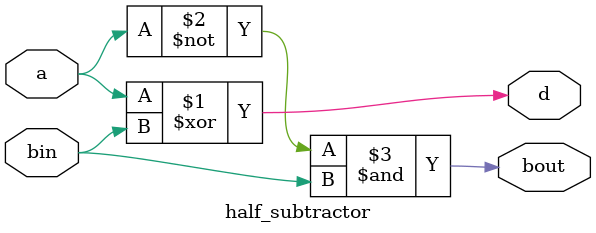
<source format=v>
`timescale 1ns / 1ps

/*
Company: Sogang University
Engineer: G_EEE3
Create Date: 2021/10/14 15:22:23
Module Name: half_subtractor
*/

module half_subtractor(
    input a, bin,
    output d, bout
);

assign d = a ^ bin;
assign bout = ~a & bin;

endmodule 
</source>
